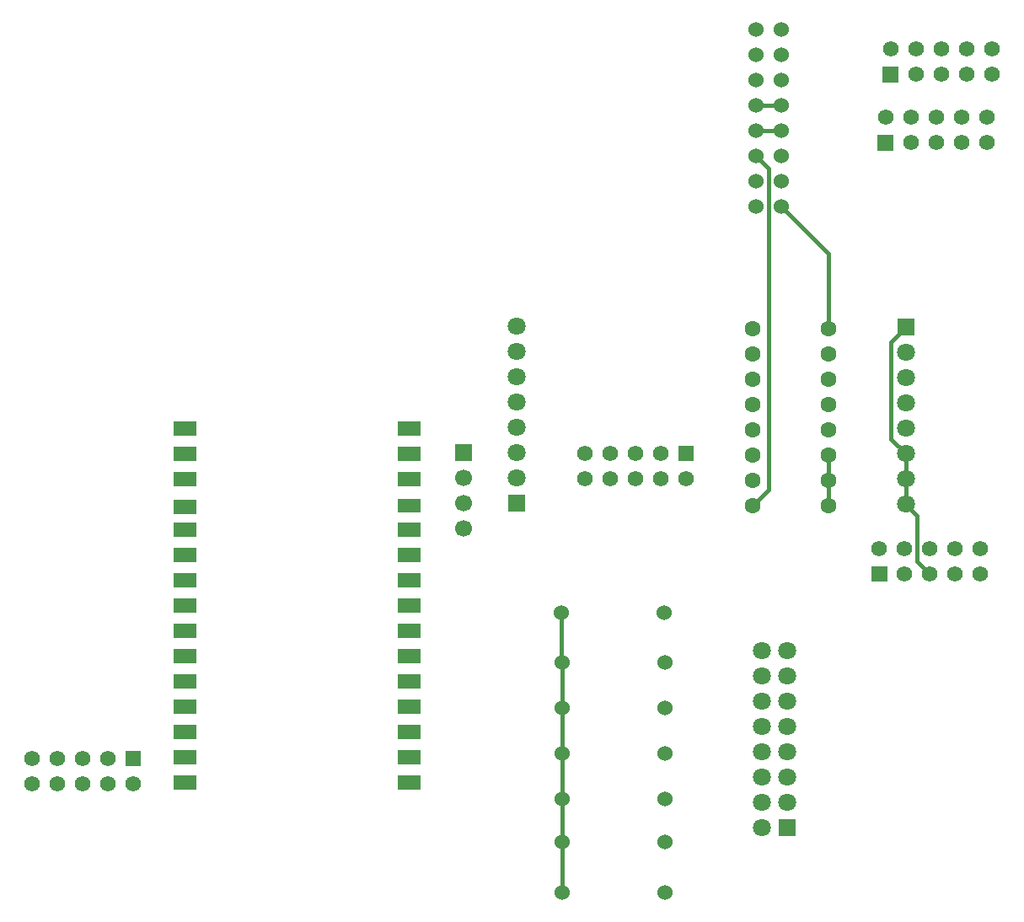
<source format=gbl>
G04 Layer: BottomLayer*
G04 EasyEDA v6.4.17, 2021-03-04T16:16:43+05:30*
G04 deca96cb4bbb4a47937ce8430cf14737,2bb57043524a4b129a37d6aa7432c0d1,10*
G04 Gerber Generator version 0.2*
G04 Scale: 100 percent, Rotated: No, Reflected: No *
G04 Dimensions in millimeters *
G04 leading zeros omitted , absolute positions ,4 integer and 5 decimal *
%FSLAX45Y45*%
%MOMM*%

%ADD11C,0.4000*%
%ADD12R,1.7000X1.7000*%
%ADD13C,1.7000*%
%ADD14C,1.5240*%
%ADD15C,1.8000*%
%ADD16R,1.8000X1.8000*%
%ADD17C,1.5748*%
%ADD18R,1.5748X1.5748*%
%ADD19C,1.6000*%

%LPD*%
D11*
X1875281Y4515612D02*
G01*
X2129281Y4515612D01*
X1875281Y4261612D02*
G01*
X2129281Y4261612D01*
X2603500Y1003300D02*
G01*
X2603500Y749300D01*
X2603500Y749300D02*
G01*
X2603500Y495300D01*
X3378200Y762000D02*
G01*
X3378200Y508000D01*
X3378200Y508000D02*
G01*
X3492500Y393700D01*
X3492500Y-63500D01*
X3619500Y-190500D01*
X2603500Y2273300D02*
G01*
X2603500Y3025394D01*
X2129281Y3499612D01*
X3378200Y762000D02*
G01*
X3378200Y1016000D01*
X3378200Y1016000D02*
G01*
X3231641Y1162557D01*
X3231641Y2139442D01*
X3378200Y2286000D01*
X-70612Y-3390900D02*
G01*
X-70612Y-2882900D01*
X-70612Y-2882900D02*
G01*
X-70612Y-2451100D01*
X-70612Y-2451100D02*
G01*
X-70612Y-1993900D01*
X-70612Y-1993900D02*
G01*
X-70612Y-1536700D01*
X-70612Y-1536700D02*
G01*
X-70612Y-1079500D01*
X-70612Y-1079500D02*
G01*
X-83312Y-1066800D01*
X-83312Y-584200D01*
X1875281Y4007612D02*
G01*
X2002281Y3880612D01*
X2002281Y656081D01*
X1841500Y495300D01*
D12*
G01*
X-1066800Y1028700D03*
D13*
G01*
X-1066800Y774700D03*
G01*
X-1066800Y520700D03*
G01*
X-1066800Y266700D03*
G36*
X-1498600Y1339850D02*
G01*
X-1498600Y1200150D01*
X-1727200Y1200150D01*
X-1727200Y1339850D01*
G37*
G36*
X-1498600Y1085850D02*
G01*
X-1498600Y946150D01*
X-1727200Y946150D01*
X-1727200Y1085850D01*
G37*
G36*
X-1498600Y831850D02*
G01*
X-1498600Y692150D01*
X-1727200Y692150D01*
X-1727200Y831850D01*
G37*
G36*
X-1498600Y565150D02*
G01*
X-1498600Y425450D01*
X-1727200Y425450D01*
X-1727200Y565150D01*
G37*
G36*
X-1498600Y323850D02*
G01*
X-1498600Y184150D01*
X-1727200Y184150D01*
X-1727200Y323850D01*
G37*
G36*
X-1498600Y69850D02*
G01*
X-1498600Y-69850D01*
X-1727200Y-69850D01*
X-1727200Y69850D01*
G37*
G36*
X-1498600Y-184150D02*
G01*
X-1498600Y-323850D01*
X-1727200Y-323850D01*
X-1727200Y-184150D01*
G37*
G36*
X-1498600Y-438150D02*
G01*
X-1498600Y-577850D01*
X-1727200Y-577850D01*
X-1727200Y-438150D01*
G37*
G36*
X-1498600Y-692150D02*
G01*
X-1498600Y-831850D01*
X-1727200Y-831850D01*
X-1727200Y-692150D01*
G37*
G36*
X-1498600Y-946150D02*
G01*
X-1498600Y-1085850D01*
X-1727200Y-1085850D01*
X-1727200Y-946150D01*
G37*
G36*
X-1498600Y-1200150D02*
G01*
X-1498600Y-1339850D01*
X-1727200Y-1339850D01*
X-1727200Y-1200150D01*
G37*
G36*
X-1498600Y-1454150D02*
G01*
X-1498600Y-1593850D01*
X-1727200Y-1593850D01*
X-1727200Y-1454150D01*
G37*
G36*
X-1498600Y-1708150D02*
G01*
X-1498600Y-1847850D01*
X-1727200Y-1847850D01*
X-1727200Y-1708150D01*
G37*
G36*
X-1498600Y-1962150D02*
G01*
X-1498600Y-2101850D01*
X-1727200Y-2101850D01*
X-1727200Y-1962150D01*
G37*
G36*
X-1498600Y-2216150D02*
G01*
X-1498600Y-2355850D01*
X-1727200Y-2355850D01*
X-1727200Y-2216150D01*
G37*
G36*
X-3975100Y-2355850D02*
G01*
X-3975100Y-2216150D01*
X-3746500Y-2216150D01*
X-3746500Y-2355850D01*
G37*
G36*
X-3975100Y-2101850D02*
G01*
X-3975100Y-1962150D01*
X-3746500Y-1962150D01*
X-3746500Y-2101850D01*
G37*
G36*
X-3975100Y-1847850D02*
G01*
X-3975100Y-1708150D01*
X-3746500Y-1708150D01*
X-3746500Y-1847850D01*
G37*
G36*
X-3975100Y-1593850D02*
G01*
X-3975100Y-1454150D01*
X-3746500Y-1454150D01*
X-3746500Y-1593850D01*
G37*
G36*
X-3975100Y-1339850D02*
G01*
X-3975100Y-1200150D01*
X-3746500Y-1200150D01*
X-3746500Y-1339850D01*
G37*
G36*
X-3975100Y-1085850D02*
G01*
X-3975100Y-946150D01*
X-3746500Y-946150D01*
X-3746500Y-1085850D01*
G37*
G36*
X-3975100Y-831850D02*
G01*
X-3975100Y-692150D01*
X-3746500Y-692150D01*
X-3746500Y-831850D01*
G37*
G36*
X-3975100Y-577850D02*
G01*
X-3975100Y-438150D01*
X-3746500Y-438150D01*
X-3746500Y-577850D01*
G37*
G36*
X-3975100Y-323850D02*
G01*
X-3975100Y-184150D01*
X-3746500Y-184150D01*
X-3746500Y-323850D01*
G37*
G36*
X-3975100Y-69850D02*
G01*
X-3975100Y69850D01*
X-3746500Y69850D01*
X-3746500Y-69850D01*
G37*
G36*
X-3975100Y184150D02*
G01*
X-3975100Y323850D01*
X-3746500Y323850D01*
X-3746500Y184150D01*
G37*
G36*
X-3975100Y412750D02*
G01*
X-3975100Y552450D01*
X-3746500Y552450D01*
X-3746500Y412750D01*
G37*
G36*
X-3975100Y692150D02*
G01*
X-3975100Y831850D01*
X-3746500Y831850D01*
X-3746500Y692150D01*
G37*
G36*
X-3975100Y946150D02*
G01*
X-3975100Y1085850D01*
X-3746500Y1085850D01*
X-3746500Y946150D01*
G37*
G36*
X-3975100Y1200150D02*
G01*
X-3975100Y1339850D01*
X-3746500Y1339850D01*
X-3746500Y1200150D01*
G37*
D14*
G01*
X-83210Y-584200D03*
G01*
X946810Y-584200D03*
G01*
X-70510Y-1079500D03*
G01*
X959510Y-1079500D03*
G01*
X-70510Y-1536700D03*
G01*
X959510Y-1536700D03*
G01*
X-70510Y-1993900D03*
G01*
X959510Y-1993900D03*
G01*
X-70510Y-2451100D03*
G01*
X959510Y-2451100D03*
G01*
X-70510Y-2882900D03*
G01*
X959510Y-2882900D03*
G01*
X-70510Y-3390900D03*
G01*
X959510Y-3390900D03*
D15*
G01*
X1930400Y-965200D03*
G01*
X2184400Y-965200D03*
G01*
X1930400Y-1219200D03*
G01*
X2184400Y-1219200D03*
G01*
X1930400Y-1473200D03*
G01*
X2184400Y-1473200D03*
G01*
X1930400Y-1727200D03*
G01*
X2184400Y-1727200D03*
G01*
X1930400Y-1981200D03*
G01*
X2184400Y-1981200D03*
G01*
X1930400Y-2235200D03*
G01*
X2184400Y-2235200D03*
G01*
X1930400Y-2489200D03*
G01*
X2184400Y-2489200D03*
G01*
X1930400Y-2743200D03*
D16*
G01*
X2184400Y-2743200D03*
D14*
G01*
X2129281Y3499612D03*
G01*
X2129281Y3753612D03*
G01*
X2129281Y4007612D03*
G01*
X2129281Y4261612D03*
G01*
X2129281Y4515612D03*
G01*
X2129281Y4769612D03*
G01*
X2129281Y5022850D03*
G01*
X2129281Y5276850D03*
G01*
X1875281Y3499612D03*
G01*
X1875281Y3753612D03*
G01*
X1875281Y4007612D03*
G01*
X1875281Y4261612D03*
G01*
X1875281Y4515612D03*
G01*
X1875281Y4769612D03*
G01*
X1875281Y5022850D03*
G01*
X1875281Y5276850D03*
D17*
G01*
X4191000Y4394200D03*
G01*
X4191000Y4140200D03*
G01*
X3937000Y4394200D03*
G01*
X3937000Y4140200D03*
G01*
X3683000Y4394200D03*
G01*
X3683000Y4140200D03*
G01*
X3429000Y4394200D03*
G01*
X3429000Y4140200D03*
G01*
X3175000Y4394200D03*
G36*
X3096259Y4218939D02*
G01*
X3253740Y4218939D01*
X3253740Y4061460D01*
X3096259Y4061460D01*
G37*
G01*
X4241800Y5080000D03*
G01*
X4241800Y4826000D03*
G01*
X3987800Y5080000D03*
G01*
X3987800Y4826000D03*
G01*
X3733800Y5080000D03*
G01*
X3733800Y4826000D03*
G01*
X3479800Y5080000D03*
G01*
X3479800Y4826000D03*
G01*
X3225800Y5080000D03*
G36*
X3147059Y4904739D02*
G01*
X3304540Y4904739D01*
X3304540Y4747260D01*
X3147059Y4747260D01*
G37*
G01*
X-5397500Y-2298700D03*
G01*
X-5397500Y-2044700D03*
G01*
X-5143500Y-2298700D03*
G01*
X-5143500Y-2044700D03*
G01*
X-4889500Y-2298700D03*
G01*
X-4889500Y-2044700D03*
G01*
X-4635500Y-2298700D03*
G01*
X-4635500Y-2044700D03*
G01*
X-4381500Y-2298700D03*
D18*
G01*
X-4381500Y-2044700D03*
D17*
G01*
X152400Y762000D03*
G01*
X152400Y1016000D03*
G01*
X406400Y762000D03*
G01*
X406400Y1016000D03*
G01*
X660400Y762000D03*
G01*
X660400Y1016000D03*
G01*
X914400Y762000D03*
G01*
X914400Y1016000D03*
G01*
X1168400Y762000D03*
D18*
G01*
X1168400Y1016000D03*
D17*
G01*
X4127500Y63500D03*
G01*
X4127500Y-190500D03*
G01*
X3873500Y63500D03*
G01*
X3873500Y-190500D03*
G01*
X3619500Y63500D03*
G01*
X3619500Y-190500D03*
G01*
X3365500Y63500D03*
G01*
X3365500Y-190500D03*
G01*
X3111500Y63500D03*
G36*
X3032759Y-111760D02*
G01*
X3190240Y-111760D01*
X3190240Y-269239D01*
X3032759Y-269239D01*
G37*
D16*
G01*
X-533400Y520700D03*
D15*
G01*
X-533400Y774700D03*
G01*
X-533400Y1028700D03*
G01*
X-533400Y1282700D03*
G01*
X-533400Y1536700D03*
G01*
X-533400Y1790700D03*
G01*
X-533400Y2044700D03*
G01*
X-533400Y2298700D03*
D16*
G01*
X3378200Y2286000D03*
D15*
G01*
X3378200Y2032000D03*
G01*
X3378200Y1778000D03*
G01*
X3378200Y1524000D03*
G01*
X3378200Y1270000D03*
G01*
X3378200Y1016000D03*
G01*
X3378200Y762000D03*
G01*
X3378200Y508000D03*
D19*
G01*
X2603500Y495300D03*
G01*
X2603500Y749300D03*
G01*
X2603500Y1003300D03*
G01*
X2603500Y1257300D03*
G01*
X2603500Y1511300D03*
G01*
X2603500Y1765300D03*
G01*
X2603500Y2019300D03*
G01*
X2603500Y2273300D03*
G01*
X1841500Y2273300D03*
G01*
X1841500Y2019300D03*
G01*
X1841500Y1765300D03*
G01*
X1841500Y1511300D03*
G01*
X1841500Y1257300D03*
G01*
X1841500Y1003300D03*
G01*
X1841500Y749300D03*
G01*
X1841500Y495300D03*
M02*

</source>
